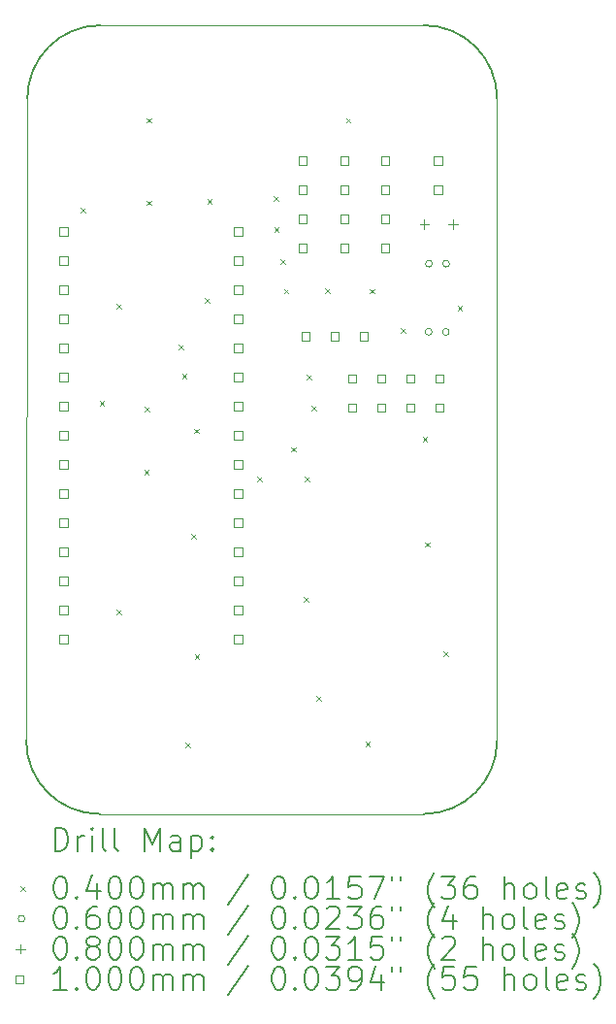
<source format=gbr>
%TF.GenerationSoftware,KiCad,Pcbnew,7.0.7*%
%TF.CreationDate,2023-10-16T17:55:57+02:00*%
%TF.ProjectId,arduino-nano-radio-transmitter,61726475-696e-46f2-9d6e-616e6f2d7261,0*%
%TF.SameCoordinates,Original*%
%TF.FileFunction,Drillmap*%
%TF.FilePolarity,Positive*%
%FSLAX45Y45*%
G04 Gerber Fmt 4.5, Leading zero omitted, Abs format (unit mm)*
G04 Created by KiCad (PCBNEW 7.0.7) date 2023-10-16 17:55:57*
%MOMM*%
%LPD*%
G01*
G04 APERTURE LIST*
%ADD10C,0.100000*%
%ADD11C,0.200000*%
%ADD12C,0.040000*%
%ADD13C,0.060000*%
%ADD14C,0.080000*%
G04 APERTURE END LIST*
D10*
X7840000Y-3310000D02*
X10660000Y-3310000D01*
X11300000Y-3950000D02*
X11300000Y-9550000D01*
X10660000Y-10190000D02*
X7830000Y-10190000D01*
D11*
X7190000Y-9550000D02*
G75*
G03*
X7830000Y-10190000I640000J0D01*
G01*
X11300000Y-3950000D02*
G75*
G03*
X10660000Y-3310000I-640000J0D01*
G01*
D10*
X7190000Y-9550000D02*
X7200000Y-3950000D01*
D11*
X7840000Y-3310000D02*
G75*
G03*
X7200000Y-3950000I0J-640000D01*
G01*
X10660000Y-10190000D02*
G75*
G03*
X11300000Y-9550000I0J640000D01*
G01*
D12*
X7665000Y-4905000D02*
X7705000Y-4945000D01*
X7705000Y-4905000D02*
X7665000Y-4945000D01*
X7830000Y-6590000D02*
X7870000Y-6630000D01*
X7870000Y-6590000D02*
X7830000Y-6630000D01*
X7980000Y-5740000D02*
X8020000Y-5780000D01*
X8020000Y-5740000D02*
X7980000Y-5780000D01*
X7980000Y-8410000D02*
X8020000Y-8450000D01*
X8020000Y-8410000D02*
X7980000Y-8450000D01*
X8220000Y-7190000D02*
X8260000Y-7230000D01*
X8260000Y-7190000D02*
X8220000Y-7230000D01*
X8226235Y-6638765D02*
X8266235Y-6678765D01*
X8266235Y-6638765D02*
X8226235Y-6678765D01*
X8240000Y-4120000D02*
X8280000Y-4160000D01*
X8280000Y-4120000D02*
X8240000Y-4160000D01*
X8240000Y-4840000D02*
X8280000Y-4880000D01*
X8280000Y-4840000D02*
X8240000Y-4880000D01*
X8520000Y-6100000D02*
X8560000Y-6140000D01*
X8560000Y-6100000D02*
X8520000Y-6140000D01*
X8550000Y-6350000D02*
X8590000Y-6390000D01*
X8590000Y-6350000D02*
X8550000Y-6390000D01*
X8580000Y-9570000D02*
X8620000Y-9610000D01*
X8620000Y-9570000D02*
X8580000Y-9610000D01*
X8630000Y-7750000D02*
X8670000Y-7790000D01*
X8670000Y-7750000D02*
X8630000Y-7790000D01*
X8655000Y-6830000D02*
X8695000Y-6870000D01*
X8695000Y-6830000D02*
X8655000Y-6870000D01*
X8660000Y-8800000D02*
X8700000Y-8840000D01*
X8700000Y-8800000D02*
X8660000Y-8840000D01*
X8750000Y-5690000D02*
X8790000Y-5730000D01*
X8790000Y-5690000D02*
X8750000Y-5730000D01*
X8770000Y-4825000D02*
X8810000Y-4865000D01*
X8810000Y-4825000D02*
X8770000Y-4865000D01*
X9205000Y-7250000D02*
X9245000Y-7290000D01*
X9245000Y-7250000D02*
X9205000Y-7290000D01*
X9350000Y-4800000D02*
X9390000Y-4840000D01*
X9390000Y-4800000D02*
X9350000Y-4840000D01*
X9355000Y-5070000D02*
X9395000Y-5110000D01*
X9395000Y-5070000D02*
X9355000Y-5110000D01*
X9410000Y-5350000D02*
X9450000Y-5390000D01*
X9450000Y-5350000D02*
X9410000Y-5390000D01*
X9440000Y-5610000D02*
X9480000Y-5650000D01*
X9480000Y-5610000D02*
X9440000Y-5650000D01*
X9505000Y-6990000D02*
X9545000Y-7030000D01*
X9545000Y-6990000D02*
X9505000Y-7030000D01*
X9610000Y-8300000D02*
X9650000Y-8340000D01*
X9650000Y-8300000D02*
X9610000Y-8340000D01*
X9620000Y-7250000D02*
X9660000Y-7290000D01*
X9660000Y-7250000D02*
X9620000Y-7290000D01*
X9640000Y-6360000D02*
X9680000Y-6400000D01*
X9680000Y-6360000D02*
X9640000Y-6400000D01*
X9680000Y-6630000D02*
X9720000Y-6670000D01*
X9720000Y-6630000D02*
X9680000Y-6670000D01*
X9720000Y-9160000D02*
X9760000Y-9200000D01*
X9760000Y-9160000D02*
X9720000Y-9200000D01*
X9800000Y-5605000D02*
X9840000Y-5645000D01*
X9840000Y-5605000D02*
X9800000Y-5645000D01*
X9980000Y-4120000D02*
X10020000Y-4160000D01*
X10020000Y-4120000D02*
X9980000Y-4160000D01*
X10150000Y-9560000D02*
X10190000Y-9600000D01*
X10190000Y-9560000D02*
X10150000Y-9600000D01*
X10190000Y-5610000D02*
X10230000Y-5650000D01*
X10230000Y-5610000D02*
X10190000Y-5650000D01*
X10460000Y-5955000D02*
X10500000Y-5995000D01*
X10500000Y-5955000D02*
X10460000Y-5995000D01*
X10650000Y-6900000D02*
X10690000Y-6940000D01*
X10690000Y-6900000D02*
X10650000Y-6940000D01*
X10670000Y-7820000D02*
X10710000Y-7860000D01*
X10710000Y-7820000D02*
X10670000Y-7860000D01*
X10830000Y-8770000D02*
X10870000Y-8810000D01*
X10870000Y-8770000D02*
X10830000Y-8810000D01*
X10955000Y-5760000D02*
X10995000Y-5800000D01*
X10995000Y-5760000D02*
X10955000Y-5800000D01*
D13*
X10732740Y-5985000D02*
G75*
G03*
X10732740Y-5985000I-30000J0D01*
G01*
X10735000Y-5390000D02*
G75*
G03*
X10735000Y-5390000I-30000J0D01*
G01*
X10882740Y-5985000D02*
G75*
G03*
X10882740Y-5985000I-30000J0D01*
G01*
X10885000Y-5390000D02*
G75*
G03*
X10885000Y-5390000I-30000J0D01*
G01*
D14*
X10665000Y-5005000D02*
X10665000Y-5085000D01*
X10625000Y-5045000D02*
X10705000Y-5045000D01*
X10915000Y-5005000D02*
X10915000Y-5085000D01*
X10875000Y-5045000D02*
X10955000Y-5045000D01*
D10*
X7551356Y-5145356D02*
X7551356Y-5074644D01*
X7480644Y-5074644D01*
X7480644Y-5145356D01*
X7551356Y-5145356D01*
X7551356Y-5399356D02*
X7551356Y-5328644D01*
X7480644Y-5328644D01*
X7480644Y-5399356D01*
X7551356Y-5399356D01*
X7551356Y-5653356D02*
X7551356Y-5582644D01*
X7480644Y-5582644D01*
X7480644Y-5653356D01*
X7551356Y-5653356D01*
X7551356Y-5907356D02*
X7551356Y-5836644D01*
X7480644Y-5836644D01*
X7480644Y-5907356D01*
X7551356Y-5907356D01*
X7551356Y-6161356D02*
X7551356Y-6090644D01*
X7480644Y-6090644D01*
X7480644Y-6161356D01*
X7551356Y-6161356D01*
X7551356Y-6415356D02*
X7551356Y-6344644D01*
X7480644Y-6344644D01*
X7480644Y-6415356D01*
X7551356Y-6415356D01*
X7551356Y-6669356D02*
X7551356Y-6598644D01*
X7480644Y-6598644D01*
X7480644Y-6669356D01*
X7551356Y-6669356D01*
X7551356Y-6923356D02*
X7551356Y-6852644D01*
X7480644Y-6852644D01*
X7480644Y-6923356D01*
X7551356Y-6923356D01*
X7551356Y-7177356D02*
X7551356Y-7106644D01*
X7480644Y-7106644D01*
X7480644Y-7177356D01*
X7551356Y-7177356D01*
X7551356Y-7431356D02*
X7551356Y-7360644D01*
X7480644Y-7360644D01*
X7480644Y-7431356D01*
X7551356Y-7431356D01*
X7551356Y-7685356D02*
X7551356Y-7614644D01*
X7480644Y-7614644D01*
X7480644Y-7685356D01*
X7551356Y-7685356D01*
X7551356Y-7939356D02*
X7551356Y-7868644D01*
X7480644Y-7868644D01*
X7480644Y-7939356D01*
X7551356Y-7939356D01*
X7551356Y-8193356D02*
X7551356Y-8122644D01*
X7480644Y-8122644D01*
X7480644Y-8193356D01*
X7551356Y-8193356D01*
X7551356Y-8447356D02*
X7551356Y-8376644D01*
X7480644Y-8376644D01*
X7480644Y-8447356D01*
X7551356Y-8447356D01*
X7551356Y-8701356D02*
X7551356Y-8630644D01*
X7480644Y-8630644D01*
X7480644Y-8701356D01*
X7551356Y-8701356D01*
X9075356Y-5145356D02*
X9075356Y-5074644D01*
X9004644Y-5074644D01*
X9004644Y-5145356D01*
X9075356Y-5145356D01*
X9075356Y-5399356D02*
X9075356Y-5328644D01*
X9004644Y-5328644D01*
X9004644Y-5399356D01*
X9075356Y-5399356D01*
X9075356Y-5653356D02*
X9075356Y-5582644D01*
X9004644Y-5582644D01*
X9004644Y-5653356D01*
X9075356Y-5653356D01*
X9075356Y-5907356D02*
X9075356Y-5836644D01*
X9004644Y-5836644D01*
X9004644Y-5907356D01*
X9075356Y-5907356D01*
X9075356Y-6161356D02*
X9075356Y-6090644D01*
X9004644Y-6090644D01*
X9004644Y-6161356D01*
X9075356Y-6161356D01*
X9075356Y-6415356D02*
X9075356Y-6344644D01*
X9004644Y-6344644D01*
X9004644Y-6415356D01*
X9075356Y-6415356D01*
X9075356Y-6669356D02*
X9075356Y-6598644D01*
X9004644Y-6598644D01*
X9004644Y-6669356D01*
X9075356Y-6669356D01*
X9075356Y-6923356D02*
X9075356Y-6852644D01*
X9004644Y-6852644D01*
X9004644Y-6923356D01*
X9075356Y-6923356D01*
X9075356Y-7177356D02*
X9075356Y-7106644D01*
X9004644Y-7106644D01*
X9004644Y-7177356D01*
X9075356Y-7177356D01*
X9075356Y-7431356D02*
X9075356Y-7360644D01*
X9004644Y-7360644D01*
X9004644Y-7431356D01*
X9075356Y-7431356D01*
X9075356Y-7685356D02*
X9075356Y-7614644D01*
X9004644Y-7614644D01*
X9004644Y-7685356D01*
X9075356Y-7685356D01*
X9075356Y-7939356D02*
X9075356Y-7868644D01*
X9004644Y-7868644D01*
X9004644Y-7939356D01*
X9075356Y-7939356D01*
X9075356Y-8193356D02*
X9075356Y-8122644D01*
X9004644Y-8122644D01*
X9004644Y-8193356D01*
X9075356Y-8193356D01*
X9075356Y-8447356D02*
X9075356Y-8376644D01*
X9004644Y-8376644D01*
X9004644Y-8447356D01*
X9075356Y-8447356D01*
X9075356Y-8701356D02*
X9075356Y-8630644D01*
X9004644Y-8630644D01*
X9004644Y-8701356D01*
X9075356Y-8701356D01*
X9640356Y-4525356D02*
X9640356Y-4454644D01*
X9569644Y-4454644D01*
X9569644Y-4525356D01*
X9640356Y-4525356D01*
X9640356Y-4779356D02*
X9640356Y-4708644D01*
X9569644Y-4708644D01*
X9569644Y-4779356D01*
X9640356Y-4779356D01*
X9640356Y-5033356D02*
X9640356Y-4962644D01*
X9569644Y-4962644D01*
X9569644Y-5033356D01*
X9640356Y-5033356D01*
X9640356Y-5287356D02*
X9640356Y-5216644D01*
X9569644Y-5216644D01*
X9569644Y-5287356D01*
X9640356Y-5287356D01*
X9662356Y-6060356D02*
X9662356Y-5989644D01*
X9591644Y-5989644D01*
X9591644Y-6060356D01*
X9662356Y-6060356D01*
X9916356Y-6060356D02*
X9916356Y-5989644D01*
X9845644Y-5989644D01*
X9845644Y-6060356D01*
X9916356Y-6060356D01*
X10000356Y-4525356D02*
X10000356Y-4454644D01*
X9929644Y-4454644D01*
X9929644Y-4525356D01*
X10000356Y-4525356D01*
X10000356Y-4779356D02*
X10000356Y-4708644D01*
X9929644Y-4708644D01*
X9929644Y-4779356D01*
X10000356Y-4779356D01*
X10000356Y-5033356D02*
X10000356Y-4962644D01*
X9929644Y-4962644D01*
X9929644Y-5033356D01*
X10000356Y-5033356D01*
X10000356Y-5287356D02*
X10000356Y-5216644D01*
X9929644Y-5216644D01*
X9929644Y-5287356D01*
X10000356Y-5287356D01*
X10072356Y-6425356D02*
X10072356Y-6354644D01*
X10001644Y-6354644D01*
X10001644Y-6425356D01*
X10072356Y-6425356D01*
X10072356Y-6679356D02*
X10072356Y-6608644D01*
X10001644Y-6608644D01*
X10001644Y-6679356D01*
X10072356Y-6679356D01*
X10170356Y-6060356D02*
X10170356Y-5989644D01*
X10099644Y-5989644D01*
X10099644Y-6060356D01*
X10170356Y-6060356D01*
X10326356Y-6425356D02*
X10326356Y-6354644D01*
X10255644Y-6354644D01*
X10255644Y-6425356D01*
X10326356Y-6425356D01*
X10326356Y-6679356D02*
X10326356Y-6608644D01*
X10255644Y-6608644D01*
X10255644Y-6679356D01*
X10326356Y-6679356D01*
X10360356Y-4525356D02*
X10360356Y-4454644D01*
X10289644Y-4454644D01*
X10289644Y-4525356D01*
X10360356Y-4525356D01*
X10360356Y-4779356D02*
X10360356Y-4708644D01*
X10289644Y-4708644D01*
X10289644Y-4779356D01*
X10360356Y-4779356D01*
X10360356Y-5033356D02*
X10360356Y-4962644D01*
X10289644Y-4962644D01*
X10289644Y-5033356D01*
X10360356Y-5033356D01*
X10360356Y-5287356D02*
X10360356Y-5216644D01*
X10289644Y-5216644D01*
X10289644Y-5287356D01*
X10360356Y-5287356D01*
X10580356Y-6425356D02*
X10580356Y-6354644D01*
X10509644Y-6354644D01*
X10509644Y-6425356D01*
X10580356Y-6425356D01*
X10580356Y-6679356D02*
X10580356Y-6608644D01*
X10509644Y-6608644D01*
X10509644Y-6679356D01*
X10580356Y-6679356D01*
X10820356Y-4525356D02*
X10820356Y-4454644D01*
X10749644Y-4454644D01*
X10749644Y-4525356D01*
X10820356Y-4525356D01*
X10820356Y-4779356D02*
X10820356Y-4708644D01*
X10749644Y-4708644D01*
X10749644Y-4779356D01*
X10820356Y-4779356D01*
X10834356Y-6425356D02*
X10834356Y-6354644D01*
X10763644Y-6354644D01*
X10763644Y-6425356D01*
X10834356Y-6425356D01*
X10834356Y-6679356D02*
X10834356Y-6608644D01*
X10763644Y-6608644D01*
X10763644Y-6679356D01*
X10834356Y-6679356D01*
D11*
X7440777Y-10511484D02*
X7440777Y-10311484D01*
X7440777Y-10311484D02*
X7488396Y-10311484D01*
X7488396Y-10311484D02*
X7516967Y-10321008D01*
X7516967Y-10321008D02*
X7536015Y-10340055D01*
X7536015Y-10340055D02*
X7545539Y-10359103D01*
X7545539Y-10359103D02*
X7555062Y-10397198D01*
X7555062Y-10397198D02*
X7555062Y-10425770D01*
X7555062Y-10425770D02*
X7545539Y-10463865D01*
X7545539Y-10463865D02*
X7536015Y-10482912D01*
X7536015Y-10482912D02*
X7516967Y-10501960D01*
X7516967Y-10501960D02*
X7488396Y-10511484D01*
X7488396Y-10511484D02*
X7440777Y-10511484D01*
X7640777Y-10511484D02*
X7640777Y-10378150D01*
X7640777Y-10416246D02*
X7650301Y-10397198D01*
X7650301Y-10397198D02*
X7659824Y-10387674D01*
X7659824Y-10387674D02*
X7678872Y-10378150D01*
X7678872Y-10378150D02*
X7697920Y-10378150D01*
X7764586Y-10511484D02*
X7764586Y-10378150D01*
X7764586Y-10311484D02*
X7755062Y-10321008D01*
X7755062Y-10321008D02*
X7764586Y-10330531D01*
X7764586Y-10330531D02*
X7774110Y-10321008D01*
X7774110Y-10321008D02*
X7764586Y-10311484D01*
X7764586Y-10311484D02*
X7764586Y-10330531D01*
X7888396Y-10511484D02*
X7869348Y-10501960D01*
X7869348Y-10501960D02*
X7859824Y-10482912D01*
X7859824Y-10482912D02*
X7859824Y-10311484D01*
X7993158Y-10511484D02*
X7974110Y-10501960D01*
X7974110Y-10501960D02*
X7964586Y-10482912D01*
X7964586Y-10482912D02*
X7964586Y-10311484D01*
X8221729Y-10511484D02*
X8221729Y-10311484D01*
X8221729Y-10311484D02*
X8288396Y-10454341D01*
X8288396Y-10454341D02*
X8355062Y-10311484D01*
X8355062Y-10311484D02*
X8355062Y-10511484D01*
X8536015Y-10511484D02*
X8536015Y-10406722D01*
X8536015Y-10406722D02*
X8526491Y-10387674D01*
X8526491Y-10387674D02*
X8507444Y-10378150D01*
X8507444Y-10378150D02*
X8469348Y-10378150D01*
X8469348Y-10378150D02*
X8450301Y-10387674D01*
X8536015Y-10501960D02*
X8516967Y-10511484D01*
X8516967Y-10511484D02*
X8469348Y-10511484D01*
X8469348Y-10511484D02*
X8450301Y-10501960D01*
X8450301Y-10501960D02*
X8440777Y-10482912D01*
X8440777Y-10482912D02*
X8440777Y-10463865D01*
X8440777Y-10463865D02*
X8450301Y-10444817D01*
X8450301Y-10444817D02*
X8469348Y-10435293D01*
X8469348Y-10435293D02*
X8516967Y-10435293D01*
X8516967Y-10435293D02*
X8536015Y-10425770D01*
X8631253Y-10378150D02*
X8631253Y-10578150D01*
X8631253Y-10387674D02*
X8650301Y-10378150D01*
X8650301Y-10378150D02*
X8688396Y-10378150D01*
X8688396Y-10378150D02*
X8707444Y-10387674D01*
X8707444Y-10387674D02*
X8716967Y-10397198D01*
X8716967Y-10397198D02*
X8726491Y-10416246D01*
X8726491Y-10416246D02*
X8726491Y-10473389D01*
X8726491Y-10473389D02*
X8716967Y-10492436D01*
X8716967Y-10492436D02*
X8707444Y-10501960D01*
X8707444Y-10501960D02*
X8688396Y-10511484D01*
X8688396Y-10511484D02*
X8650301Y-10511484D01*
X8650301Y-10511484D02*
X8631253Y-10501960D01*
X8812205Y-10492436D02*
X8821729Y-10501960D01*
X8821729Y-10501960D02*
X8812205Y-10511484D01*
X8812205Y-10511484D02*
X8802682Y-10501960D01*
X8802682Y-10501960D02*
X8812205Y-10492436D01*
X8812205Y-10492436D02*
X8812205Y-10511484D01*
X8812205Y-10387674D02*
X8821729Y-10397198D01*
X8821729Y-10397198D02*
X8812205Y-10406722D01*
X8812205Y-10406722D02*
X8802682Y-10397198D01*
X8802682Y-10397198D02*
X8812205Y-10387674D01*
X8812205Y-10387674D02*
X8812205Y-10406722D01*
D12*
X7140000Y-10820000D02*
X7180000Y-10860000D01*
X7180000Y-10820000D02*
X7140000Y-10860000D01*
D11*
X7478872Y-10731484D02*
X7497920Y-10731484D01*
X7497920Y-10731484D02*
X7516967Y-10741008D01*
X7516967Y-10741008D02*
X7526491Y-10750531D01*
X7526491Y-10750531D02*
X7536015Y-10769579D01*
X7536015Y-10769579D02*
X7545539Y-10807674D01*
X7545539Y-10807674D02*
X7545539Y-10855293D01*
X7545539Y-10855293D02*
X7536015Y-10893389D01*
X7536015Y-10893389D02*
X7526491Y-10912436D01*
X7526491Y-10912436D02*
X7516967Y-10921960D01*
X7516967Y-10921960D02*
X7497920Y-10931484D01*
X7497920Y-10931484D02*
X7478872Y-10931484D01*
X7478872Y-10931484D02*
X7459824Y-10921960D01*
X7459824Y-10921960D02*
X7450301Y-10912436D01*
X7450301Y-10912436D02*
X7440777Y-10893389D01*
X7440777Y-10893389D02*
X7431253Y-10855293D01*
X7431253Y-10855293D02*
X7431253Y-10807674D01*
X7431253Y-10807674D02*
X7440777Y-10769579D01*
X7440777Y-10769579D02*
X7450301Y-10750531D01*
X7450301Y-10750531D02*
X7459824Y-10741008D01*
X7459824Y-10741008D02*
X7478872Y-10731484D01*
X7631253Y-10912436D02*
X7640777Y-10921960D01*
X7640777Y-10921960D02*
X7631253Y-10931484D01*
X7631253Y-10931484D02*
X7621729Y-10921960D01*
X7621729Y-10921960D02*
X7631253Y-10912436D01*
X7631253Y-10912436D02*
X7631253Y-10931484D01*
X7812205Y-10798150D02*
X7812205Y-10931484D01*
X7764586Y-10721960D02*
X7716967Y-10864817D01*
X7716967Y-10864817D02*
X7840777Y-10864817D01*
X7955062Y-10731484D02*
X7974110Y-10731484D01*
X7974110Y-10731484D02*
X7993158Y-10741008D01*
X7993158Y-10741008D02*
X8002682Y-10750531D01*
X8002682Y-10750531D02*
X8012205Y-10769579D01*
X8012205Y-10769579D02*
X8021729Y-10807674D01*
X8021729Y-10807674D02*
X8021729Y-10855293D01*
X8021729Y-10855293D02*
X8012205Y-10893389D01*
X8012205Y-10893389D02*
X8002682Y-10912436D01*
X8002682Y-10912436D02*
X7993158Y-10921960D01*
X7993158Y-10921960D02*
X7974110Y-10931484D01*
X7974110Y-10931484D02*
X7955062Y-10931484D01*
X7955062Y-10931484D02*
X7936015Y-10921960D01*
X7936015Y-10921960D02*
X7926491Y-10912436D01*
X7926491Y-10912436D02*
X7916967Y-10893389D01*
X7916967Y-10893389D02*
X7907443Y-10855293D01*
X7907443Y-10855293D02*
X7907443Y-10807674D01*
X7907443Y-10807674D02*
X7916967Y-10769579D01*
X7916967Y-10769579D02*
X7926491Y-10750531D01*
X7926491Y-10750531D02*
X7936015Y-10741008D01*
X7936015Y-10741008D02*
X7955062Y-10731484D01*
X8145539Y-10731484D02*
X8164586Y-10731484D01*
X8164586Y-10731484D02*
X8183634Y-10741008D01*
X8183634Y-10741008D02*
X8193158Y-10750531D01*
X8193158Y-10750531D02*
X8202682Y-10769579D01*
X8202682Y-10769579D02*
X8212205Y-10807674D01*
X8212205Y-10807674D02*
X8212205Y-10855293D01*
X8212205Y-10855293D02*
X8202682Y-10893389D01*
X8202682Y-10893389D02*
X8193158Y-10912436D01*
X8193158Y-10912436D02*
X8183634Y-10921960D01*
X8183634Y-10921960D02*
X8164586Y-10931484D01*
X8164586Y-10931484D02*
X8145539Y-10931484D01*
X8145539Y-10931484D02*
X8126491Y-10921960D01*
X8126491Y-10921960D02*
X8116967Y-10912436D01*
X8116967Y-10912436D02*
X8107443Y-10893389D01*
X8107443Y-10893389D02*
X8097920Y-10855293D01*
X8097920Y-10855293D02*
X8097920Y-10807674D01*
X8097920Y-10807674D02*
X8107443Y-10769579D01*
X8107443Y-10769579D02*
X8116967Y-10750531D01*
X8116967Y-10750531D02*
X8126491Y-10741008D01*
X8126491Y-10741008D02*
X8145539Y-10731484D01*
X8297920Y-10931484D02*
X8297920Y-10798150D01*
X8297920Y-10817198D02*
X8307443Y-10807674D01*
X8307443Y-10807674D02*
X8326491Y-10798150D01*
X8326491Y-10798150D02*
X8355063Y-10798150D01*
X8355063Y-10798150D02*
X8374110Y-10807674D01*
X8374110Y-10807674D02*
X8383634Y-10826722D01*
X8383634Y-10826722D02*
X8383634Y-10931484D01*
X8383634Y-10826722D02*
X8393158Y-10807674D01*
X8393158Y-10807674D02*
X8412205Y-10798150D01*
X8412205Y-10798150D02*
X8440777Y-10798150D01*
X8440777Y-10798150D02*
X8459825Y-10807674D01*
X8459825Y-10807674D02*
X8469348Y-10826722D01*
X8469348Y-10826722D02*
X8469348Y-10931484D01*
X8564586Y-10931484D02*
X8564586Y-10798150D01*
X8564586Y-10817198D02*
X8574110Y-10807674D01*
X8574110Y-10807674D02*
X8593158Y-10798150D01*
X8593158Y-10798150D02*
X8621729Y-10798150D01*
X8621729Y-10798150D02*
X8640777Y-10807674D01*
X8640777Y-10807674D02*
X8650301Y-10826722D01*
X8650301Y-10826722D02*
X8650301Y-10931484D01*
X8650301Y-10826722D02*
X8659825Y-10807674D01*
X8659825Y-10807674D02*
X8678872Y-10798150D01*
X8678872Y-10798150D02*
X8707444Y-10798150D01*
X8707444Y-10798150D02*
X8726491Y-10807674D01*
X8726491Y-10807674D02*
X8736015Y-10826722D01*
X8736015Y-10826722D02*
X8736015Y-10931484D01*
X9126491Y-10721960D02*
X8955063Y-10979103D01*
X9383634Y-10731484D02*
X9402682Y-10731484D01*
X9402682Y-10731484D02*
X9421729Y-10741008D01*
X9421729Y-10741008D02*
X9431253Y-10750531D01*
X9431253Y-10750531D02*
X9440777Y-10769579D01*
X9440777Y-10769579D02*
X9450301Y-10807674D01*
X9450301Y-10807674D02*
X9450301Y-10855293D01*
X9450301Y-10855293D02*
X9440777Y-10893389D01*
X9440777Y-10893389D02*
X9431253Y-10912436D01*
X9431253Y-10912436D02*
X9421729Y-10921960D01*
X9421729Y-10921960D02*
X9402682Y-10931484D01*
X9402682Y-10931484D02*
X9383634Y-10931484D01*
X9383634Y-10931484D02*
X9364587Y-10921960D01*
X9364587Y-10921960D02*
X9355063Y-10912436D01*
X9355063Y-10912436D02*
X9345539Y-10893389D01*
X9345539Y-10893389D02*
X9336015Y-10855293D01*
X9336015Y-10855293D02*
X9336015Y-10807674D01*
X9336015Y-10807674D02*
X9345539Y-10769579D01*
X9345539Y-10769579D02*
X9355063Y-10750531D01*
X9355063Y-10750531D02*
X9364587Y-10741008D01*
X9364587Y-10741008D02*
X9383634Y-10731484D01*
X9536015Y-10912436D02*
X9545539Y-10921960D01*
X9545539Y-10921960D02*
X9536015Y-10931484D01*
X9536015Y-10931484D02*
X9526491Y-10921960D01*
X9526491Y-10921960D02*
X9536015Y-10912436D01*
X9536015Y-10912436D02*
X9536015Y-10931484D01*
X9669348Y-10731484D02*
X9688396Y-10731484D01*
X9688396Y-10731484D02*
X9707444Y-10741008D01*
X9707444Y-10741008D02*
X9716968Y-10750531D01*
X9716968Y-10750531D02*
X9726491Y-10769579D01*
X9726491Y-10769579D02*
X9736015Y-10807674D01*
X9736015Y-10807674D02*
X9736015Y-10855293D01*
X9736015Y-10855293D02*
X9726491Y-10893389D01*
X9726491Y-10893389D02*
X9716968Y-10912436D01*
X9716968Y-10912436D02*
X9707444Y-10921960D01*
X9707444Y-10921960D02*
X9688396Y-10931484D01*
X9688396Y-10931484D02*
X9669348Y-10931484D01*
X9669348Y-10931484D02*
X9650301Y-10921960D01*
X9650301Y-10921960D02*
X9640777Y-10912436D01*
X9640777Y-10912436D02*
X9631253Y-10893389D01*
X9631253Y-10893389D02*
X9621729Y-10855293D01*
X9621729Y-10855293D02*
X9621729Y-10807674D01*
X9621729Y-10807674D02*
X9631253Y-10769579D01*
X9631253Y-10769579D02*
X9640777Y-10750531D01*
X9640777Y-10750531D02*
X9650301Y-10741008D01*
X9650301Y-10741008D02*
X9669348Y-10731484D01*
X9926491Y-10931484D02*
X9812206Y-10931484D01*
X9869348Y-10931484D02*
X9869348Y-10731484D01*
X9869348Y-10731484D02*
X9850301Y-10760055D01*
X9850301Y-10760055D02*
X9831253Y-10779103D01*
X9831253Y-10779103D02*
X9812206Y-10788627D01*
X10107444Y-10731484D02*
X10012206Y-10731484D01*
X10012206Y-10731484D02*
X10002682Y-10826722D01*
X10002682Y-10826722D02*
X10012206Y-10817198D01*
X10012206Y-10817198D02*
X10031253Y-10807674D01*
X10031253Y-10807674D02*
X10078872Y-10807674D01*
X10078872Y-10807674D02*
X10097920Y-10817198D01*
X10097920Y-10817198D02*
X10107444Y-10826722D01*
X10107444Y-10826722D02*
X10116968Y-10845770D01*
X10116968Y-10845770D02*
X10116968Y-10893389D01*
X10116968Y-10893389D02*
X10107444Y-10912436D01*
X10107444Y-10912436D02*
X10097920Y-10921960D01*
X10097920Y-10921960D02*
X10078872Y-10931484D01*
X10078872Y-10931484D02*
X10031253Y-10931484D01*
X10031253Y-10931484D02*
X10012206Y-10921960D01*
X10012206Y-10921960D02*
X10002682Y-10912436D01*
X10183634Y-10731484D02*
X10316968Y-10731484D01*
X10316968Y-10731484D02*
X10231253Y-10931484D01*
X10383634Y-10731484D02*
X10383634Y-10769579D01*
X10459825Y-10731484D02*
X10459825Y-10769579D01*
X10755063Y-11007674D02*
X10745539Y-10998150D01*
X10745539Y-10998150D02*
X10726491Y-10969579D01*
X10726491Y-10969579D02*
X10716968Y-10950531D01*
X10716968Y-10950531D02*
X10707444Y-10921960D01*
X10707444Y-10921960D02*
X10697920Y-10874341D01*
X10697920Y-10874341D02*
X10697920Y-10836246D01*
X10697920Y-10836246D02*
X10707444Y-10788627D01*
X10707444Y-10788627D02*
X10716968Y-10760055D01*
X10716968Y-10760055D02*
X10726491Y-10741008D01*
X10726491Y-10741008D02*
X10745539Y-10712436D01*
X10745539Y-10712436D02*
X10755063Y-10702912D01*
X10812206Y-10731484D02*
X10936015Y-10731484D01*
X10936015Y-10731484D02*
X10869349Y-10807674D01*
X10869349Y-10807674D02*
X10897920Y-10807674D01*
X10897920Y-10807674D02*
X10916968Y-10817198D01*
X10916968Y-10817198D02*
X10926491Y-10826722D01*
X10926491Y-10826722D02*
X10936015Y-10845770D01*
X10936015Y-10845770D02*
X10936015Y-10893389D01*
X10936015Y-10893389D02*
X10926491Y-10912436D01*
X10926491Y-10912436D02*
X10916968Y-10921960D01*
X10916968Y-10921960D02*
X10897920Y-10931484D01*
X10897920Y-10931484D02*
X10840777Y-10931484D01*
X10840777Y-10931484D02*
X10821730Y-10921960D01*
X10821730Y-10921960D02*
X10812206Y-10912436D01*
X11107444Y-10731484D02*
X11069349Y-10731484D01*
X11069349Y-10731484D02*
X11050301Y-10741008D01*
X11050301Y-10741008D02*
X11040777Y-10750531D01*
X11040777Y-10750531D02*
X11021730Y-10779103D01*
X11021730Y-10779103D02*
X11012206Y-10817198D01*
X11012206Y-10817198D02*
X11012206Y-10893389D01*
X11012206Y-10893389D02*
X11021730Y-10912436D01*
X11021730Y-10912436D02*
X11031253Y-10921960D01*
X11031253Y-10921960D02*
X11050301Y-10931484D01*
X11050301Y-10931484D02*
X11088396Y-10931484D01*
X11088396Y-10931484D02*
X11107444Y-10921960D01*
X11107444Y-10921960D02*
X11116968Y-10912436D01*
X11116968Y-10912436D02*
X11126491Y-10893389D01*
X11126491Y-10893389D02*
X11126491Y-10845770D01*
X11126491Y-10845770D02*
X11116968Y-10826722D01*
X11116968Y-10826722D02*
X11107444Y-10817198D01*
X11107444Y-10817198D02*
X11088396Y-10807674D01*
X11088396Y-10807674D02*
X11050301Y-10807674D01*
X11050301Y-10807674D02*
X11031253Y-10817198D01*
X11031253Y-10817198D02*
X11021730Y-10826722D01*
X11021730Y-10826722D02*
X11012206Y-10845770D01*
X11364587Y-10931484D02*
X11364587Y-10731484D01*
X11450301Y-10931484D02*
X11450301Y-10826722D01*
X11450301Y-10826722D02*
X11440777Y-10807674D01*
X11440777Y-10807674D02*
X11421730Y-10798150D01*
X11421730Y-10798150D02*
X11393158Y-10798150D01*
X11393158Y-10798150D02*
X11374110Y-10807674D01*
X11374110Y-10807674D02*
X11364587Y-10817198D01*
X11574110Y-10931484D02*
X11555063Y-10921960D01*
X11555063Y-10921960D02*
X11545539Y-10912436D01*
X11545539Y-10912436D02*
X11536015Y-10893389D01*
X11536015Y-10893389D02*
X11536015Y-10836246D01*
X11536015Y-10836246D02*
X11545539Y-10817198D01*
X11545539Y-10817198D02*
X11555063Y-10807674D01*
X11555063Y-10807674D02*
X11574110Y-10798150D01*
X11574110Y-10798150D02*
X11602682Y-10798150D01*
X11602682Y-10798150D02*
X11621730Y-10807674D01*
X11621730Y-10807674D02*
X11631253Y-10817198D01*
X11631253Y-10817198D02*
X11640777Y-10836246D01*
X11640777Y-10836246D02*
X11640777Y-10893389D01*
X11640777Y-10893389D02*
X11631253Y-10912436D01*
X11631253Y-10912436D02*
X11621730Y-10921960D01*
X11621730Y-10921960D02*
X11602682Y-10931484D01*
X11602682Y-10931484D02*
X11574110Y-10931484D01*
X11755063Y-10931484D02*
X11736015Y-10921960D01*
X11736015Y-10921960D02*
X11726491Y-10902912D01*
X11726491Y-10902912D02*
X11726491Y-10731484D01*
X11907444Y-10921960D02*
X11888396Y-10931484D01*
X11888396Y-10931484D02*
X11850301Y-10931484D01*
X11850301Y-10931484D02*
X11831253Y-10921960D01*
X11831253Y-10921960D02*
X11821730Y-10902912D01*
X11821730Y-10902912D02*
X11821730Y-10826722D01*
X11821730Y-10826722D02*
X11831253Y-10807674D01*
X11831253Y-10807674D02*
X11850301Y-10798150D01*
X11850301Y-10798150D02*
X11888396Y-10798150D01*
X11888396Y-10798150D02*
X11907444Y-10807674D01*
X11907444Y-10807674D02*
X11916968Y-10826722D01*
X11916968Y-10826722D02*
X11916968Y-10845770D01*
X11916968Y-10845770D02*
X11821730Y-10864817D01*
X11993158Y-10921960D02*
X12012206Y-10931484D01*
X12012206Y-10931484D02*
X12050301Y-10931484D01*
X12050301Y-10931484D02*
X12069349Y-10921960D01*
X12069349Y-10921960D02*
X12078872Y-10902912D01*
X12078872Y-10902912D02*
X12078872Y-10893389D01*
X12078872Y-10893389D02*
X12069349Y-10874341D01*
X12069349Y-10874341D02*
X12050301Y-10864817D01*
X12050301Y-10864817D02*
X12021730Y-10864817D01*
X12021730Y-10864817D02*
X12002682Y-10855293D01*
X12002682Y-10855293D02*
X11993158Y-10836246D01*
X11993158Y-10836246D02*
X11993158Y-10826722D01*
X11993158Y-10826722D02*
X12002682Y-10807674D01*
X12002682Y-10807674D02*
X12021730Y-10798150D01*
X12021730Y-10798150D02*
X12050301Y-10798150D01*
X12050301Y-10798150D02*
X12069349Y-10807674D01*
X12145539Y-11007674D02*
X12155063Y-10998150D01*
X12155063Y-10998150D02*
X12174111Y-10969579D01*
X12174111Y-10969579D02*
X12183634Y-10950531D01*
X12183634Y-10950531D02*
X12193158Y-10921960D01*
X12193158Y-10921960D02*
X12202682Y-10874341D01*
X12202682Y-10874341D02*
X12202682Y-10836246D01*
X12202682Y-10836246D02*
X12193158Y-10788627D01*
X12193158Y-10788627D02*
X12183634Y-10760055D01*
X12183634Y-10760055D02*
X12174111Y-10741008D01*
X12174111Y-10741008D02*
X12155063Y-10712436D01*
X12155063Y-10712436D02*
X12145539Y-10702912D01*
D13*
X7180000Y-11104000D02*
G75*
G03*
X7180000Y-11104000I-30000J0D01*
G01*
D11*
X7478872Y-10995484D02*
X7497920Y-10995484D01*
X7497920Y-10995484D02*
X7516967Y-11005008D01*
X7516967Y-11005008D02*
X7526491Y-11014531D01*
X7526491Y-11014531D02*
X7536015Y-11033579D01*
X7536015Y-11033579D02*
X7545539Y-11071674D01*
X7545539Y-11071674D02*
X7545539Y-11119293D01*
X7545539Y-11119293D02*
X7536015Y-11157389D01*
X7536015Y-11157389D02*
X7526491Y-11176436D01*
X7526491Y-11176436D02*
X7516967Y-11185960D01*
X7516967Y-11185960D02*
X7497920Y-11195484D01*
X7497920Y-11195484D02*
X7478872Y-11195484D01*
X7478872Y-11195484D02*
X7459824Y-11185960D01*
X7459824Y-11185960D02*
X7450301Y-11176436D01*
X7450301Y-11176436D02*
X7440777Y-11157389D01*
X7440777Y-11157389D02*
X7431253Y-11119293D01*
X7431253Y-11119293D02*
X7431253Y-11071674D01*
X7431253Y-11071674D02*
X7440777Y-11033579D01*
X7440777Y-11033579D02*
X7450301Y-11014531D01*
X7450301Y-11014531D02*
X7459824Y-11005008D01*
X7459824Y-11005008D02*
X7478872Y-10995484D01*
X7631253Y-11176436D02*
X7640777Y-11185960D01*
X7640777Y-11185960D02*
X7631253Y-11195484D01*
X7631253Y-11195484D02*
X7621729Y-11185960D01*
X7621729Y-11185960D02*
X7631253Y-11176436D01*
X7631253Y-11176436D02*
X7631253Y-11195484D01*
X7812205Y-10995484D02*
X7774110Y-10995484D01*
X7774110Y-10995484D02*
X7755062Y-11005008D01*
X7755062Y-11005008D02*
X7745539Y-11014531D01*
X7745539Y-11014531D02*
X7726491Y-11043103D01*
X7726491Y-11043103D02*
X7716967Y-11081198D01*
X7716967Y-11081198D02*
X7716967Y-11157389D01*
X7716967Y-11157389D02*
X7726491Y-11176436D01*
X7726491Y-11176436D02*
X7736015Y-11185960D01*
X7736015Y-11185960D02*
X7755062Y-11195484D01*
X7755062Y-11195484D02*
X7793158Y-11195484D01*
X7793158Y-11195484D02*
X7812205Y-11185960D01*
X7812205Y-11185960D02*
X7821729Y-11176436D01*
X7821729Y-11176436D02*
X7831253Y-11157389D01*
X7831253Y-11157389D02*
X7831253Y-11109770D01*
X7831253Y-11109770D02*
X7821729Y-11090722D01*
X7821729Y-11090722D02*
X7812205Y-11081198D01*
X7812205Y-11081198D02*
X7793158Y-11071674D01*
X7793158Y-11071674D02*
X7755062Y-11071674D01*
X7755062Y-11071674D02*
X7736015Y-11081198D01*
X7736015Y-11081198D02*
X7726491Y-11090722D01*
X7726491Y-11090722D02*
X7716967Y-11109770D01*
X7955062Y-10995484D02*
X7974110Y-10995484D01*
X7974110Y-10995484D02*
X7993158Y-11005008D01*
X7993158Y-11005008D02*
X8002682Y-11014531D01*
X8002682Y-11014531D02*
X8012205Y-11033579D01*
X8012205Y-11033579D02*
X8021729Y-11071674D01*
X8021729Y-11071674D02*
X8021729Y-11119293D01*
X8021729Y-11119293D02*
X8012205Y-11157389D01*
X8012205Y-11157389D02*
X8002682Y-11176436D01*
X8002682Y-11176436D02*
X7993158Y-11185960D01*
X7993158Y-11185960D02*
X7974110Y-11195484D01*
X7974110Y-11195484D02*
X7955062Y-11195484D01*
X7955062Y-11195484D02*
X7936015Y-11185960D01*
X7936015Y-11185960D02*
X7926491Y-11176436D01*
X7926491Y-11176436D02*
X7916967Y-11157389D01*
X7916967Y-11157389D02*
X7907443Y-11119293D01*
X7907443Y-11119293D02*
X7907443Y-11071674D01*
X7907443Y-11071674D02*
X7916967Y-11033579D01*
X7916967Y-11033579D02*
X7926491Y-11014531D01*
X7926491Y-11014531D02*
X7936015Y-11005008D01*
X7936015Y-11005008D02*
X7955062Y-10995484D01*
X8145539Y-10995484D02*
X8164586Y-10995484D01*
X8164586Y-10995484D02*
X8183634Y-11005008D01*
X8183634Y-11005008D02*
X8193158Y-11014531D01*
X8193158Y-11014531D02*
X8202682Y-11033579D01*
X8202682Y-11033579D02*
X8212205Y-11071674D01*
X8212205Y-11071674D02*
X8212205Y-11119293D01*
X8212205Y-11119293D02*
X8202682Y-11157389D01*
X8202682Y-11157389D02*
X8193158Y-11176436D01*
X8193158Y-11176436D02*
X8183634Y-11185960D01*
X8183634Y-11185960D02*
X8164586Y-11195484D01*
X8164586Y-11195484D02*
X8145539Y-11195484D01*
X8145539Y-11195484D02*
X8126491Y-11185960D01*
X8126491Y-11185960D02*
X8116967Y-11176436D01*
X8116967Y-11176436D02*
X8107443Y-11157389D01*
X8107443Y-11157389D02*
X8097920Y-11119293D01*
X8097920Y-11119293D02*
X8097920Y-11071674D01*
X8097920Y-11071674D02*
X8107443Y-11033579D01*
X8107443Y-11033579D02*
X8116967Y-11014531D01*
X8116967Y-11014531D02*
X8126491Y-11005008D01*
X8126491Y-11005008D02*
X8145539Y-10995484D01*
X8297920Y-11195484D02*
X8297920Y-11062150D01*
X8297920Y-11081198D02*
X8307443Y-11071674D01*
X8307443Y-11071674D02*
X8326491Y-11062150D01*
X8326491Y-11062150D02*
X8355063Y-11062150D01*
X8355063Y-11062150D02*
X8374110Y-11071674D01*
X8374110Y-11071674D02*
X8383634Y-11090722D01*
X8383634Y-11090722D02*
X8383634Y-11195484D01*
X8383634Y-11090722D02*
X8393158Y-11071674D01*
X8393158Y-11071674D02*
X8412205Y-11062150D01*
X8412205Y-11062150D02*
X8440777Y-11062150D01*
X8440777Y-11062150D02*
X8459825Y-11071674D01*
X8459825Y-11071674D02*
X8469348Y-11090722D01*
X8469348Y-11090722D02*
X8469348Y-11195484D01*
X8564586Y-11195484D02*
X8564586Y-11062150D01*
X8564586Y-11081198D02*
X8574110Y-11071674D01*
X8574110Y-11071674D02*
X8593158Y-11062150D01*
X8593158Y-11062150D02*
X8621729Y-11062150D01*
X8621729Y-11062150D02*
X8640777Y-11071674D01*
X8640777Y-11071674D02*
X8650301Y-11090722D01*
X8650301Y-11090722D02*
X8650301Y-11195484D01*
X8650301Y-11090722D02*
X8659825Y-11071674D01*
X8659825Y-11071674D02*
X8678872Y-11062150D01*
X8678872Y-11062150D02*
X8707444Y-11062150D01*
X8707444Y-11062150D02*
X8726491Y-11071674D01*
X8726491Y-11071674D02*
X8736015Y-11090722D01*
X8736015Y-11090722D02*
X8736015Y-11195484D01*
X9126491Y-10985960D02*
X8955063Y-11243103D01*
X9383634Y-10995484D02*
X9402682Y-10995484D01*
X9402682Y-10995484D02*
X9421729Y-11005008D01*
X9421729Y-11005008D02*
X9431253Y-11014531D01*
X9431253Y-11014531D02*
X9440777Y-11033579D01*
X9440777Y-11033579D02*
X9450301Y-11071674D01*
X9450301Y-11071674D02*
X9450301Y-11119293D01*
X9450301Y-11119293D02*
X9440777Y-11157389D01*
X9440777Y-11157389D02*
X9431253Y-11176436D01*
X9431253Y-11176436D02*
X9421729Y-11185960D01*
X9421729Y-11185960D02*
X9402682Y-11195484D01*
X9402682Y-11195484D02*
X9383634Y-11195484D01*
X9383634Y-11195484D02*
X9364587Y-11185960D01*
X9364587Y-11185960D02*
X9355063Y-11176436D01*
X9355063Y-11176436D02*
X9345539Y-11157389D01*
X9345539Y-11157389D02*
X9336015Y-11119293D01*
X9336015Y-11119293D02*
X9336015Y-11071674D01*
X9336015Y-11071674D02*
X9345539Y-11033579D01*
X9345539Y-11033579D02*
X9355063Y-11014531D01*
X9355063Y-11014531D02*
X9364587Y-11005008D01*
X9364587Y-11005008D02*
X9383634Y-10995484D01*
X9536015Y-11176436D02*
X9545539Y-11185960D01*
X9545539Y-11185960D02*
X9536015Y-11195484D01*
X9536015Y-11195484D02*
X9526491Y-11185960D01*
X9526491Y-11185960D02*
X9536015Y-11176436D01*
X9536015Y-11176436D02*
X9536015Y-11195484D01*
X9669348Y-10995484D02*
X9688396Y-10995484D01*
X9688396Y-10995484D02*
X9707444Y-11005008D01*
X9707444Y-11005008D02*
X9716968Y-11014531D01*
X9716968Y-11014531D02*
X9726491Y-11033579D01*
X9726491Y-11033579D02*
X9736015Y-11071674D01*
X9736015Y-11071674D02*
X9736015Y-11119293D01*
X9736015Y-11119293D02*
X9726491Y-11157389D01*
X9726491Y-11157389D02*
X9716968Y-11176436D01*
X9716968Y-11176436D02*
X9707444Y-11185960D01*
X9707444Y-11185960D02*
X9688396Y-11195484D01*
X9688396Y-11195484D02*
X9669348Y-11195484D01*
X9669348Y-11195484D02*
X9650301Y-11185960D01*
X9650301Y-11185960D02*
X9640777Y-11176436D01*
X9640777Y-11176436D02*
X9631253Y-11157389D01*
X9631253Y-11157389D02*
X9621729Y-11119293D01*
X9621729Y-11119293D02*
X9621729Y-11071674D01*
X9621729Y-11071674D02*
X9631253Y-11033579D01*
X9631253Y-11033579D02*
X9640777Y-11014531D01*
X9640777Y-11014531D02*
X9650301Y-11005008D01*
X9650301Y-11005008D02*
X9669348Y-10995484D01*
X9812206Y-11014531D02*
X9821729Y-11005008D01*
X9821729Y-11005008D02*
X9840777Y-10995484D01*
X9840777Y-10995484D02*
X9888396Y-10995484D01*
X9888396Y-10995484D02*
X9907444Y-11005008D01*
X9907444Y-11005008D02*
X9916968Y-11014531D01*
X9916968Y-11014531D02*
X9926491Y-11033579D01*
X9926491Y-11033579D02*
X9926491Y-11052627D01*
X9926491Y-11052627D02*
X9916968Y-11081198D01*
X9916968Y-11081198D02*
X9802682Y-11195484D01*
X9802682Y-11195484D02*
X9926491Y-11195484D01*
X9993158Y-10995484D02*
X10116968Y-10995484D01*
X10116968Y-10995484D02*
X10050301Y-11071674D01*
X10050301Y-11071674D02*
X10078872Y-11071674D01*
X10078872Y-11071674D02*
X10097920Y-11081198D01*
X10097920Y-11081198D02*
X10107444Y-11090722D01*
X10107444Y-11090722D02*
X10116968Y-11109770D01*
X10116968Y-11109770D02*
X10116968Y-11157389D01*
X10116968Y-11157389D02*
X10107444Y-11176436D01*
X10107444Y-11176436D02*
X10097920Y-11185960D01*
X10097920Y-11185960D02*
X10078872Y-11195484D01*
X10078872Y-11195484D02*
X10021729Y-11195484D01*
X10021729Y-11195484D02*
X10002682Y-11185960D01*
X10002682Y-11185960D02*
X9993158Y-11176436D01*
X10288396Y-10995484D02*
X10250301Y-10995484D01*
X10250301Y-10995484D02*
X10231253Y-11005008D01*
X10231253Y-11005008D02*
X10221729Y-11014531D01*
X10221729Y-11014531D02*
X10202682Y-11043103D01*
X10202682Y-11043103D02*
X10193158Y-11081198D01*
X10193158Y-11081198D02*
X10193158Y-11157389D01*
X10193158Y-11157389D02*
X10202682Y-11176436D01*
X10202682Y-11176436D02*
X10212206Y-11185960D01*
X10212206Y-11185960D02*
X10231253Y-11195484D01*
X10231253Y-11195484D02*
X10269349Y-11195484D01*
X10269349Y-11195484D02*
X10288396Y-11185960D01*
X10288396Y-11185960D02*
X10297920Y-11176436D01*
X10297920Y-11176436D02*
X10307444Y-11157389D01*
X10307444Y-11157389D02*
X10307444Y-11109770D01*
X10307444Y-11109770D02*
X10297920Y-11090722D01*
X10297920Y-11090722D02*
X10288396Y-11081198D01*
X10288396Y-11081198D02*
X10269349Y-11071674D01*
X10269349Y-11071674D02*
X10231253Y-11071674D01*
X10231253Y-11071674D02*
X10212206Y-11081198D01*
X10212206Y-11081198D02*
X10202682Y-11090722D01*
X10202682Y-11090722D02*
X10193158Y-11109770D01*
X10383634Y-10995484D02*
X10383634Y-11033579D01*
X10459825Y-10995484D02*
X10459825Y-11033579D01*
X10755063Y-11271674D02*
X10745539Y-11262150D01*
X10745539Y-11262150D02*
X10726491Y-11233579D01*
X10726491Y-11233579D02*
X10716968Y-11214531D01*
X10716968Y-11214531D02*
X10707444Y-11185960D01*
X10707444Y-11185960D02*
X10697920Y-11138341D01*
X10697920Y-11138341D02*
X10697920Y-11100246D01*
X10697920Y-11100246D02*
X10707444Y-11052627D01*
X10707444Y-11052627D02*
X10716968Y-11024055D01*
X10716968Y-11024055D02*
X10726491Y-11005008D01*
X10726491Y-11005008D02*
X10745539Y-10976436D01*
X10745539Y-10976436D02*
X10755063Y-10966912D01*
X10916968Y-11062150D02*
X10916968Y-11195484D01*
X10869349Y-10985960D02*
X10821730Y-11128817D01*
X10821730Y-11128817D02*
X10945539Y-11128817D01*
X11174111Y-11195484D02*
X11174111Y-10995484D01*
X11259825Y-11195484D02*
X11259825Y-11090722D01*
X11259825Y-11090722D02*
X11250301Y-11071674D01*
X11250301Y-11071674D02*
X11231253Y-11062150D01*
X11231253Y-11062150D02*
X11202682Y-11062150D01*
X11202682Y-11062150D02*
X11183634Y-11071674D01*
X11183634Y-11071674D02*
X11174111Y-11081198D01*
X11383634Y-11195484D02*
X11364587Y-11185960D01*
X11364587Y-11185960D02*
X11355063Y-11176436D01*
X11355063Y-11176436D02*
X11345539Y-11157389D01*
X11345539Y-11157389D02*
X11345539Y-11100246D01*
X11345539Y-11100246D02*
X11355063Y-11081198D01*
X11355063Y-11081198D02*
X11364587Y-11071674D01*
X11364587Y-11071674D02*
X11383634Y-11062150D01*
X11383634Y-11062150D02*
X11412206Y-11062150D01*
X11412206Y-11062150D02*
X11431253Y-11071674D01*
X11431253Y-11071674D02*
X11440777Y-11081198D01*
X11440777Y-11081198D02*
X11450301Y-11100246D01*
X11450301Y-11100246D02*
X11450301Y-11157389D01*
X11450301Y-11157389D02*
X11440777Y-11176436D01*
X11440777Y-11176436D02*
X11431253Y-11185960D01*
X11431253Y-11185960D02*
X11412206Y-11195484D01*
X11412206Y-11195484D02*
X11383634Y-11195484D01*
X11564587Y-11195484D02*
X11545539Y-11185960D01*
X11545539Y-11185960D02*
X11536015Y-11166912D01*
X11536015Y-11166912D02*
X11536015Y-10995484D01*
X11716968Y-11185960D02*
X11697920Y-11195484D01*
X11697920Y-11195484D02*
X11659825Y-11195484D01*
X11659825Y-11195484D02*
X11640777Y-11185960D01*
X11640777Y-11185960D02*
X11631253Y-11166912D01*
X11631253Y-11166912D02*
X11631253Y-11090722D01*
X11631253Y-11090722D02*
X11640777Y-11071674D01*
X11640777Y-11071674D02*
X11659825Y-11062150D01*
X11659825Y-11062150D02*
X11697920Y-11062150D01*
X11697920Y-11062150D02*
X11716968Y-11071674D01*
X11716968Y-11071674D02*
X11726491Y-11090722D01*
X11726491Y-11090722D02*
X11726491Y-11109770D01*
X11726491Y-11109770D02*
X11631253Y-11128817D01*
X11802682Y-11185960D02*
X11821730Y-11195484D01*
X11821730Y-11195484D02*
X11859825Y-11195484D01*
X11859825Y-11195484D02*
X11878872Y-11185960D01*
X11878872Y-11185960D02*
X11888396Y-11166912D01*
X11888396Y-11166912D02*
X11888396Y-11157389D01*
X11888396Y-11157389D02*
X11878872Y-11138341D01*
X11878872Y-11138341D02*
X11859825Y-11128817D01*
X11859825Y-11128817D02*
X11831253Y-11128817D01*
X11831253Y-11128817D02*
X11812206Y-11119293D01*
X11812206Y-11119293D02*
X11802682Y-11100246D01*
X11802682Y-11100246D02*
X11802682Y-11090722D01*
X11802682Y-11090722D02*
X11812206Y-11071674D01*
X11812206Y-11071674D02*
X11831253Y-11062150D01*
X11831253Y-11062150D02*
X11859825Y-11062150D01*
X11859825Y-11062150D02*
X11878872Y-11071674D01*
X11955063Y-11271674D02*
X11964587Y-11262150D01*
X11964587Y-11262150D02*
X11983634Y-11233579D01*
X11983634Y-11233579D02*
X11993158Y-11214531D01*
X11993158Y-11214531D02*
X12002682Y-11185960D01*
X12002682Y-11185960D02*
X12012206Y-11138341D01*
X12012206Y-11138341D02*
X12012206Y-11100246D01*
X12012206Y-11100246D02*
X12002682Y-11052627D01*
X12002682Y-11052627D02*
X11993158Y-11024055D01*
X11993158Y-11024055D02*
X11983634Y-11005008D01*
X11983634Y-11005008D02*
X11964587Y-10976436D01*
X11964587Y-10976436D02*
X11955063Y-10966912D01*
D14*
X7140000Y-11328000D02*
X7140000Y-11408000D01*
X7100000Y-11368000D02*
X7180000Y-11368000D01*
D11*
X7478872Y-11259484D02*
X7497920Y-11259484D01*
X7497920Y-11259484D02*
X7516967Y-11269008D01*
X7516967Y-11269008D02*
X7526491Y-11278531D01*
X7526491Y-11278531D02*
X7536015Y-11297579D01*
X7536015Y-11297579D02*
X7545539Y-11335674D01*
X7545539Y-11335674D02*
X7545539Y-11383293D01*
X7545539Y-11383293D02*
X7536015Y-11421388D01*
X7536015Y-11421388D02*
X7526491Y-11440436D01*
X7526491Y-11440436D02*
X7516967Y-11449960D01*
X7516967Y-11449960D02*
X7497920Y-11459484D01*
X7497920Y-11459484D02*
X7478872Y-11459484D01*
X7478872Y-11459484D02*
X7459824Y-11449960D01*
X7459824Y-11449960D02*
X7450301Y-11440436D01*
X7450301Y-11440436D02*
X7440777Y-11421388D01*
X7440777Y-11421388D02*
X7431253Y-11383293D01*
X7431253Y-11383293D02*
X7431253Y-11335674D01*
X7431253Y-11335674D02*
X7440777Y-11297579D01*
X7440777Y-11297579D02*
X7450301Y-11278531D01*
X7450301Y-11278531D02*
X7459824Y-11269008D01*
X7459824Y-11269008D02*
X7478872Y-11259484D01*
X7631253Y-11440436D02*
X7640777Y-11449960D01*
X7640777Y-11449960D02*
X7631253Y-11459484D01*
X7631253Y-11459484D02*
X7621729Y-11449960D01*
X7621729Y-11449960D02*
X7631253Y-11440436D01*
X7631253Y-11440436D02*
X7631253Y-11459484D01*
X7755062Y-11345198D02*
X7736015Y-11335674D01*
X7736015Y-11335674D02*
X7726491Y-11326150D01*
X7726491Y-11326150D02*
X7716967Y-11307103D01*
X7716967Y-11307103D02*
X7716967Y-11297579D01*
X7716967Y-11297579D02*
X7726491Y-11278531D01*
X7726491Y-11278531D02*
X7736015Y-11269008D01*
X7736015Y-11269008D02*
X7755062Y-11259484D01*
X7755062Y-11259484D02*
X7793158Y-11259484D01*
X7793158Y-11259484D02*
X7812205Y-11269008D01*
X7812205Y-11269008D02*
X7821729Y-11278531D01*
X7821729Y-11278531D02*
X7831253Y-11297579D01*
X7831253Y-11297579D02*
X7831253Y-11307103D01*
X7831253Y-11307103D02*
X7821729Y-11326150D01*
X7821729Y-11326150D02*
X7812205Y-11335674D01*
X7812205Y-11335674D02*
X7793158Y-11345198D01*
X7793158Y-11345198D02*
X7755062Y-11345198D01*
X7755062Y-11345198D02*
X7736015Y-11354722D01*
X7736015Y-11354722D02*
X7726491Y-11364246D01*
X7726491Y-11364246D02*
X7716967Y-11383293D01*
X7716967Y-11383293D02*
X7716967Y-11421388D01*
X7716967Y-11421388D02*
X7726491Y-11440436D01*
X7726491Y-11440436D02*
X7736015Y-11449960D01*
X7736015Y-11449960D02*
X7755062Y-11459484D01*
X7755062Y-11459484D02*
X7793158Y-11459484D01*
X7793158Y-11459484D02*
X7812205Y-11449960D01*
X7812205Y-11449960D02*
X7821729Y-11440436D01*
X7821729Y-11440436D02*
X7831253Y-11421388D01*
X7831253Y-11421388D02*
X7831253Y-11383293D01*
X7831253Y-11383293D02*
X7821729Y-11364246D01*
X7821729Y-11364246D02*
X7812205Y-11354722D01*
X7812205Y-11354722D02*
X7793158Y-11345198D01*
X7955062Y-11259484D02*
X7974110Y-11259484D01*
X7974110Y-11259484D02*
X7993158Y-11269008D01*
X7993158Y-11269008D02*
X8002682Y-11278531D01*
X8002682Y-11278531D02*
X8012205Y-11297579D01*
X8012205Y-11297579D02*
X8021729Y-11335674D01*
X8021729Y-11335674D02*
X8021729Y-11383293D01*
X8021729Y-11383293D02*
X8012205Y-11421388D01*
X8012205Y-11421388D02*
X8002682Y-11440436D01*
X8002682Y-11440436D02*
X7993158Y-11449960D01*
X7993158Y-11449960D02*
X7974110Y-11459484D01*
X7974110Y-11459484D02*
X7955062Y-11459484D01*
X7955062Y-11459484D02*
X7936015Y-11449960D01*
X7936015Y-11449960D02*
X7926491Y-11440436D01*
X7926491Y-11440436D02*
X7916967Y-11421388D01*
X7916967Y-11421388D02*
X7907443Y-11383293D01*
X7907443Y-11383293D02*
X7907443Y-11335674D01*
X7907443Y-11335674D02*
X7916967Y-11297579D01*
X7916967Y-11297579D02*
X7926491Y-11278531D01*
X7926491Y-11278531D02*
X7936015Y-11269008D01*
X7936015Y-11269008D02*
X7955062Y-11259484D01*
X8145539Y-11259484D02*
X8164586Y-11259484D01*
X8164586Y-11259484D02*
X8183634Y-11269008D01*
X8183634Y-11269008D02*
X8193158Y-11278531D01*
X8193158Y-11278531D02*
X8202682Y-11297579D01*
X8202682Y-11297579D02*
X8212205Y-11335674D01*
X8212205Y-11335674D02*
X8212205Y-11383293D01*
X8212205Y-11383293D02*
X8202682Y-11421388D01*
X8202682Y-11421388D02*
X8193158Y-11440436D01*
X8193158Y-11440436D02*
X8183634Y-11449960D01*
X8183634Y-11449960D02*
X8164586Y-11459484D01*
X8164586Y-11459484D02*
X8145539Y-11459484D01*
X8145539Y-11459484D02*
X8126491Y-11449960D01*
X8126491Y-11449960D02*
X8116967Y-11440436D01*
X8116967Y-11440436D02*
X8107443Y-11421388D01*
X8107443Y-11421388D02*
X8097920Y-11383293D01*
X8097920Y-11383293D02*
X8097920Y-11335674D01*
X8097920Y-11335674D02*
X8107443Y-11297579D01*
X8107443Y-11297579D02*
X8116967Y-11278531D01*
X8116967Y-11278531D02*
X8126491Y-11269008D01*
X8126491Y-11269008D02*
X8145539Y-11259484D01*
X8297920Y-11459484D02*
X8297920Y-11326150D01*
X8297920Y-11345198D02*
X8307443Y-11335674D01*
X8307443Y-11335674D02*
X8326491Y-11326150D01*
X8326491Y-11326150D02*
X8355063Y-11326150D01*
X8355063Y-11326150D02*
X8374110Y-11335674D01*
X8374110Y-11335674D02*
X8383634Y-11354722D01*
X8383634Y-11354722D02*
X8383634Y-11459484D01*
X8383634Y-11354722D02*
X8393158Y-11335674D01*
X8393158Y-11335674D02*
X8412205Y-11326150D01*
X8412205Y-11326150D02*
X8440777Y-11326150D01*
X8440777Y-11326150D02*
X8459825Y-11335674D01*
X8459825Y-11335674D02*
X8469348Y-11354722D01*
X8469348Y-11354722D02*
X8469348Y-11459484D01*
X8564586Y-11459484D02*
X8564586Y-11326150D01*
X8564586Y-11345198D02*
X8574110Y-11335674D01*
X8574110Y-11335674D02*
X8593158Y-11326150D01*
X8593158Y-11326150D02*
X8621729Y-11326150D01*
X8621729Y-11326150D02*
X8640777Y-11335674D01*
X8640777Y-11335674D02*
X8650301Y-11354722D01*
X8650301Y-11354722D02*
X8650301Y-11459484D01*
X8650301Y-11354722D02*
X8659825Y-11335674D01*
X8659825Y-11335674D02*
X8678872Y-11326150D01*
X8678872Y-11326150D02*
X8707444Y-11326150D01*
X8707444Y-11326150D02*
X8726491Y-11335674D01*
X8726491Y-11335674D02*
X8736015Y-11354722D01*
X8736015Y-11354722D02*
X8736015Y-11459484D01*
X9126491Y-11249960D02*
X8955063Y-11507103D01*
X9383634Y-11259484D02*
X9402682Y-11259484D01*
X9402682Y-11259484D02*
X9421729Y-11269008D01*
X9421729Y-11269008D02*
X9431253Y-11278531D01*
X9431253Y-11278531D02*
X9440777Y-11297579D01*
X9440777Y-11297579D02*
X9450301Y-11335674D01*
X9450301Y-11335674D02*
X9450301Y-11383293D01*
X9450301Y-11383293D02*
X9440777Y-11421388D01*
X9440777Y-11421388D02*
X9431253Y-11440436D01*
X9431253Y-11440436D02*
X9421729Y-11449960D01*
X9421729Y-11449960D02*
X9402682Y-11459484D01*
X9402682Y-11459484D02*
X9383634Y-11459484D01*
X9383634Y-11459484D02*
X9364587Y-11449960D01*
X9364587Y-11449960D02*
X9355063Y-11440436D01*
X9355063Y-11440436D02*
X9345539Y-11421388D01*
X9345539Y-11421388D02*
X9336015Y-11383293D01*
X9336015Y-11383293D02*
X9336015Y-11335674D01*
X9336015Y-11335674D02*
X9345539Y-11297579D01*
X9345539Y-11297579D02*
X9355063Y-11278531D01*
X9355063Y-11278531D02*
X9364587Y-11269008D01*
X9364587Y-11269008D02*
X9383634Y-11259484D01*
X9536015Y-11440436D02*
X9545539Y-11449960D01*
X9545539Y-11449960D02*
X9536015Y-11459484D01*
X9536015Y-11459484D02*
X9526491Y-11449960D01*
X9526491Y-11449960D02*
X9536015Y-11440436D01*
X9536015Y-11440436D02*
X9536015Y-11459484D01*
X9669348Y-11259484D02*
X9688396Y-11259484D01*
X9688396Y-11259484D02*
X9707444Y-11269008D01*
X9707444Y-11269008D02*
X9716968Y-11278531D01*
X9716968Y-11278531D02*
X9726491Y-11297579D01*
X9726491Y-11297579D02*
X9736015Y-11335674D01*
X9736015Y-11335674D02*
X9736015Y-11383293D01*
X9736015Y-11383293D02*
X9726491Y-11421388D01*
X9726491Y-11421388D02*
X9716968Y-11440436D01*
X9716968Y-11440436D02*
X9707444Y-11449960D01*
X9707444Y-11449960D02*
X9688396Y-11459484D01*
X9688396Y-11459484D02*
X9669348Y-11459484D01*
X9669348Y-11459484D02*
X9650301Y-11449960D01*
X9650301Y-11449960D02*
X9640777Y-11440436D01*
X9640777Y-11440436D02*
X9631253Y-11421388D01*
X9631253Y-11421388D02*
X9621729Y-11383293D01*
X9621729Y-11383293D02*
X9621729Y-11335674D01*
X9621729Y-11335674D02*
X9631253Y-11297579D01*
X9631253Y-11297579D02*
X9640777Y-11278531D01*
X9640777Y-11278531D02*
X9650301Y-11269008D01*
X9650301Y-11269008D02*
X9669348Y-11259484D01*
X9802682Y-11259484D02*
X9926491Y-11259484D01*
X9926491Y-11259484D02*
X9859825Y-11335674D01*
X9859825Y-11335674D02*
X9888396Y-11335674D01*
X9888396Y-11335674D02*
X9907444Y-11345198D01*
X9907444Y-11345198D02*
X9916968Y-11354722D01*
X9916968Y-11354722D02*
X9926491Y-11373769D01*
X9926491Y-11373769D02*
X9926491Y-11421388D01*
X9926491Y-11421388D02*
X9916968Y-11440436D01*
X9916968Y-11440436D02*
X9907444Y-11449960D01*
X9907444Y-11449960D02*
X9888396Y-11459484D01*
X9888396Y-11459484D02*
X9831253Y-11459484D01*
X9831253Y-11459484D02*
X9812206Y-11449960D01*
X9812206Y-11449960D02*
X9802682Y-11440436D01*
X10116968Y-11459484D02*
X10002682Y-11459484D01*
X10059825Y-11459484D02*
X10059825Y-11259484D01*
X10059825Y-11259484D02*
X10040777Y-11288055D01*
X10040777Y-11288055D02*
X10021729Y-11307103D01*
X10021729Y-11307103D02*
X10002682Y-11316627D01*
X10297920Y-11259484D02*
X10202682Y-11259484D01*
X10202682Y-11259484D02*
X10193158Y-11354722D01*
X10193158Y-11354722D02*
X10202682Y-11345198D01*
X10202682Y-11345198D02*
X10221729Y-11335674D01*
X10221729Y-11335674D02*
X10269349Y-11335674D01*
X10269349Y-11335674D02*
X10288396Y-11345198D01*
X10288396Y-11345198D02*
X10297920Y-11354722D01*
X10297920Y-11354722D02*
X10307444Y-11373769D01*
X10307444Y-11373769D02*
X10307444Y-11421388D01*
X10307444Y-11421388D02*
X10297920Y-11440436D01*
X10297920Y-11440436D02*
X10288396Y-11449960D01*
X10288396Y-11449960D02*
X10269349Y-11459484D01*
X10269349Y-11459484D02*
X10221729Y-11459484D01*
X10221729Y-11459484D02*
X10202682Y-11449960D01*
X10202682Y-11449960D02*
X10193158Y-11440436D01*
X10383634Y-11259484D02*
X10383634Y-11297579D01*
X10459825Y-11259484D02*
X10459825Y-11297579D01*
X10755063Y-11535674D02*
X10745539Y-11526150D01*
X10745539Y-11526150D02*
X10726491Y-11497579D01*
X10726491Y-11497579D02*
X10716968Y-11478531D01*
X10716968Y-11478531D02*
X10707444Y-11449960D01*
X10707444Y-11449960D02*
X10697920Y-11402341D01*
X10697920Y-11402341D02*
X10697920Y-11364246D01*
X10697920Y-11364246D02*
X10707444Y-11316627D01*
X10707444Y-11316627D02*
X10716968Y-11288055D01*
X10716968Y-11288055D02*
X10726491Y-11269008D01*
X10726491Y-11269008D02*
X10745539Y-11240436D01*
X10745539Y-11240436D02*
X10755063Y-11230912D01*
X10821730Y-11278531D02*
X10831253Y-11269008D01*
X10831253Y-11269008D02*
X10850301Y-11259484D01*
X10850301Y-11259484D02*
X10897920Y-11259484D01*
X10897920Y-11259484D02*
X10916968Y-11269008D01*
X10916968Y-11269008D02*
X10926491Y-11278531D01*
X10926491Y-11278531D02*
X10936015Y-11297579D01*
X10936015Y-11297579D02*
X10936015Y-11316627D01*
X10936015Y-11316627D02*
X10926491Y-11345198D01*
X10926491Y-11345198D02*
X10812206Y-11459484D01*
X10812206Y-11459484D02*
X10936015Y-11459484D01*
X11174111Y-11459484D02*
X11174111Y-11259484D01*
X11259825Y-11459484D02*
X11259825Y-11354722D01*
X11259825Y-11354722D02*
X11250301Y-11335674D01*
X11250301Y-11335674D02*
X11231253Y-11326150D01*
X11231253Y-11326150D02*
X11202682Y-11326150D01*
X11202682Y-11326150D02*
X11183634Y-11335674D01*
X11183634Y-11335674D02*
X11174111Y-11345198D01*
X11383634Y-11459484D02*
X11364587Y-11449960D01*
X11364587Y-11449960D02*
X11355063Y-11440436D01*
X11355063Y-11440436D02*
X11345539Y-11421388D01*
X11345539Y-11421388D02*
X11345539Y-11364246D01*
X11345539Y-11364246D02*
X11355063Y-11345198D01*
X11355063Y-11345198D02*
X11364587Y-11335674D01*
X11364587Y-11335674D02*
X11383634Y-11326150D01*
X11383634Y-11326150D02*
X11412206Y-11326150D01*
X11412206Y-11326150D02*
X11431253Y-11335674D01*
X11431253Y-11335674D02*
X11440777Y-11345198D01*
X11440777Y-11345198D02*
X11450301Y-11364246D01*
X11450301Y-11364246D02*
X11450301Y-11421388D01*
X11450301Y-11421388D02*
X11440777Y-11440436D01*
X11440777Y-11440436D02*
X11431253Y-11449960D01*
X11431253Y-11449960D02*
X11412206Y-11459484D01*
X11412206Y-11459484D02*
X11383634Y-11459484D01*
X11564587Y-11459484D02*
X11545539Y-11449960D01*
X11545539Y-11449960D02*
X11536015Y-11430912D01*
X11536015Y-11430912D02*
X11536015Y-11259484D01*
X11716968Y-11449960D02*
X11697920Y-11459484D01*
X11697920Y-11459484D02*
X11659825Y-11459484D01*
X11659825Y-11459484D02*
X11640777Y-11449960D01*
X11640777Y-11449960D02*
X11631253Y-11430912D01*
X11631253Y-11430912D02*
X11631253Y-11354722D01*
X11631253Y-11354722D02*
X11640777Y-11335674D01*
X11640777Y-11335674D02*
X11659825Y-11326150D01*
X11659825Y-11326150D02*
X11697920Y-11326150D01*
X11697920Y-11326150D02*
X11716968Y-11335674D01*
X11716968Y-11335674D02*
X11726491Y-11354722D01*
X11726491Y-11354722D02*
X11726491Y-11373769D01*
X11726491Y-11373769D02*
X11631253Y-11392817D01*
X11802682Y-11449960D02*
X11821730Y-11459484D01*
X11821730Y-11459484D02*
X11859825Y-11459484D01*
X11859825Y-11459484D02*
X11878872Y-11449960D01*
X11878872Y-11449960D02*
X11888396Y-11430912D01*
X11888396Y-11430912D02*
X11888396Y-11421388D01*
X11888396Y-11421388D02*
X11878872Y-11402341D01*
X11878872Y-11402341D02*
X11859825Y-11392817D01*
X11859825Y-11392817D02*
X11831253Y-11392817D01*
X11831253Y-11392817D02*
X11812206Y-11383293D01*
X11812206Y-11383293D02*
X11802682Y-11364246D01*
X11802682Y-11364246D02*
X11802682Y-11354722D01*
X11802682Y-11354722D02*
X11812206Y-11335674D01*
X11812206Y-11335674D02*
X11831253Y-11326150D01*
X11831253Y-11326150D02*
X11859825Y-11326150D01*
X11859825Y-11326150D02*
X11878872Y-11335674D01*
X11955063Y-11535674D02*
X11964587Y-11526150D01*
X11964587Y-11526150D02*
X11983634Y-11497579D01*
X11983634Y-11497579D02*
X11993158Y-11478531D01*
X11993158Y-11478531D02*
X12002682Y-11449960D01*
X12002682Y-11449960D02*
X12012206Y-11402341D01*
X12012206Y-11402341D02*
X12012206Y-11364246D01*
X12012206Y-11364246D02*
X12002682Y-11316627D01*
X12002682Y-11316627D02*
X11993158Y-11288055D01*
X11993158Y-11288055D02*
X11983634Y-11269008D01*
X11983634Y-11269008D02*
X11964587Y-11240436D01*
X11964587Y-11240436D02*
X11955063Y-11230912D01*
D10*
X7165356Y-11667356D02*
X7165356Y-11596644D01*
X7094644Y-11596644D01*
X7094644Y-11667356D01*
X7165356Y-11667356D01*
D11*
X7545539Y-11723484D02*
X7431253Y-11723484D01*
X7488396Y-11723484D02*
X7488396Y-11523484D01*
X7488396Y-11523484D02*
X7469348Y-11552055D01*
X7469348Y-11552055D02*
X7450301Y-11571103D01*
X7450301Y-11571103D02*
X7431253Y-11580627D01*
X7631253Y-11704436D02*
X7640777Y-11713960D01*
X7640777Y-11713960D02*
X7631253Y-11723484D01*
X7631253Y-11723484D02*
X7621729Y-11713960D01*
X7621729Y-11713960D02*
X7631253Y-11704436D01*
X7631253Y-11704436D02*
X7631253Y-11723484D01*
X7764586Y-11523484D02*
X7783634Y-11523484D01*
X7783634Y-11523484D02*
X7802682Y-11533008D01*
X7802682Y-11533008D02*
X7812205Y-11542531D01*
X7812205Y-11542531D02*
X7821729Y-11561579D01*
X7821729Y-11561579D02*
X7831253Y-11599674D01*
X7831253Y-11599674D02*
X7831253Y-11647293D01*
X7831253Y-11647293D02*
X7821729Y-11685388D01*
X7821729Y-11685388D02*
X7812205Y-11704436D01*
X7812205Y-11704436D02*
X7802682Y-11713960D01*
X7802682Y-11713960D02*
X7783634Y-11723484D01*
X7783634Y-11723484D02*
X7764586Y-11723484D01*
X7764586Y-11723484D02*
X7745539Y-11713960D01*
X7745539Y-11713960D02*
X7736015Y-11704436D01*
X7736015Y-11704436D02*
X7726491Y-11685388D01*
X7726491Y-11685388D02*
X7716967Y-11647293D01*
X7716967Y-11647293D02*
X7716967Y-11599674D01*
X7716967Y-11599674D02*
X7726491Y-11561579D01*
X7726491Y-11561579D02*
X7736015Y-11542531D01*
X7736015Y-11542531D02*
X7745539Y-11533008D01*
X7745539Y-11533008D02*
X7764586Y-11523484D01*
X7955062Y-11523484D02*
X7974110Y-11523484D01*
X7974110Y-11523484D02*
X7993158Y-11533008D01*
X7993158Y-11533008D02*
X8002682Y-11542531D01*
X8002682Y-11542531D02*
X8012205Y-11561579D01*
X8012205Y-11561579D02*
X8021729Y-11599674D01*
X8021729Y-11599674D02*
X8021729Y-11647293D01*
X8021729Y-11647293D02*
X8012205Y-11685388D01*
X8012205Y-11685388D02*
X8002682Y-11704436D01*
X8002682Y-11704436D02*
X7993158Y-11713960D01*
X7993158Y-11713960D02*
X7974110Y-11723484D01*
X7974110Y-11723484D02*
X7955062Y-11723484D01*
X7955062Y-11723484D02*
X7936015Y-11713960D01*
X7936015Y-11713960D02*
X7926491Y-11704436D01*
X7926491Y-11704436D02*
X7916967Y-11685388D01*
X7916967Y-11685388D02*
X7907443Y-11647293D01*
X7907443Y-11647293D02*
X7907443Y-11599674D01*
X7907443Y-11599674D02*
X7916967Y-11561579D01*
X7916967Y-11561579D02*
X7926491Y-11542531D01*
X7926491Y-11542531D02*
X7936015Y-11533008D01*
X7936015Y-11533008D02*
X7955062Y-11523484D01*
X8145539Y-11523484D02*
X8164586Y-11523484D01*
X8164586Y-11523484D02*
X8183634Y-11533008D01*
X8183634Y-11533008D02*
X8193158Y-11542531D01*
X8193158Y-11542531D02*
X8202682Y-11561579D01*
X8202682Y-11561579D02*
X8212205Y-11599674D01*
X8212205Y-11599674D02*
X8212205Y-11647293D01*
X8212205Y-11647293D02*
X8202682Y-11685388D01*
X8202682Y-11685388D02*
X8193158Y-11704436D01*
X8193158Y-11704436D02*
X8183634Y-11713960D01*
X8183634Y-11713960D02*
X8164586Y-11723484D01*
X8164586Y-11723484D02*
X8145539Y-11723484D01*
X8145539Y-11723484D02*
X8126491Y-11713960D01*
X8126491Y-11713960D02*
X8116967Y-11704436D01*
X8116967Y-11704436D02*
X8107443Y-11685388D01*
X8107443Y-11685388D02*
X8097920Y-11647293D01*
X8097920Y-11647293D02*
X8097920Y-11599674D01*
X8097920Y-11599674D02*
X8107443Y-11561579D01*
X8107443Y-11561579D02*
X8116967Y-11542531D01*
X8116967Y-11542531D02*
X8126491Y-11533008D01*
X8126491Y-11533008D02*
X8145539Y-11523484D01*
X8297920Y-11723484D02*
X8297920Y-11590150D01*
X8297920Y-11609198D02*
X8307443Y-11599674D01*
X8307443Y-11599674D02*
X8326491Y-11590150D01*
X8326491Y-11590150D02*
X8355063Y-11590150D01*
X8355063Y-11590150D02*
X8374110Y-11599674D01*
X8374110Y-11599674D02*
X8383634Y-11618722D01*
X8383634Y-11618722D02*
X8383634Y-11723484D01*
X8383634Y-11618722D02*
X8393158Y-11599674D01*
X8393158Y-11599674D02*
X8412205Y-11590150D01*
X8412205Y-11590150D02*
X8440777Y-11590150D01*
X8440777Y-11590150D02*
X8459825Y-11599674D01*
X8459825Y-11599674D02*
X8469348Y-11618722D01*
X8469348Y-11618722D02*
X8469348Y-11723484D01*
X8564586Y-11723484D02*
X8564586Y-11590150D01*
X8564586Y-11609198D02*
X8574110Y-11599674D01*
X8574110Y-11599674D02*
X8593158Y-11590150D01*
X8593158Y-11590150D02*
X8621729Y-11590150D01*
X8621729Y-11590150D02*
X8640777Y-11599674D01*
X8640777Y-11599674D02*
X8650301Y-11618722D01*
X8650301Y-11618722D02*
X8650301Y-11723484D01*
X8650301Y-11618722D02*
X8659825Y-11599674D01*
X8659825Y-11599674D02*
X8678872Y-11590150D01*
X8678872Y-11590150D02*
X8707444Y-11590150D01*
X8707444Y-11590150D02*
X8726491Y-11599674D01*
X8726491Y-11599674D02*
X8736015Y-11618722D01*
X8736015Y-11618722D02*
X8736015Y-11723484D01*
X9126491Y-11513960D02*
X8955063Y-11771103D01*
X9383634Y-11523484D02*
X9402682Y-11523484D01*
X9402682Y-11523484D02*
X9421729Y-11533008D01*
X9421729Y-11533008D02*
X9431253Y-11542531D01*
X9431253Y-11542531D02*
X9440777Y-11561579D01*
X9440777Y-11561579D02*
X9450301Y-11599674D01*
X9450301Y-11599674D02*
X9450301Y-11647293D01*
X9450301Y-11647293D02*
X9440777Y-11685388D01*
X9440777Y-11685388D02*
X9431253Y-11704436D01*
X9431253Y-11704436D02*
X9421729Y-11713960D01*
X9421729Y-11713960D02*
X9402682Y-11723484D01*
X9402682Y-11723484D02*
X9383634Y-11723484D01*
X9383634Y-11723484D02*
X9364587Y-11713960D01*
X9364587Y-11713960D02*
X9355063Y-11704436D01*
X9355063Y-11704436D02*
X9345539Y-11685388D01*
X9345539Y-11685388D02*
X9336015Y-11647293D01*
X9336015Y-11647293D02*
X9336015Y-11599674D01*
X9336015Y-11599674D02*
X9345539Y-11561579D01*
X9345539Y-11561579D02*
X9355063Y-11542531D01*
X9355063Y-11542531D02*
X9364587Y-11533008D01*
X9364587Y-11533008D02*
X9383634Y-11523484D01*
X9536015Y-11704436D02*
X9545539Y-11713960D01*
X9545539Y-11713960D02*
X9536015Y-11723484D01*
X9536015Y-11723484D02*
X9526491Y-11713960D01*
X9526491Y-11713960D02*
X9536015Y-11704436D01*
X9536015Y-11704436D02*
X9536015Y-11723484D01*
X9669348Y-11523484D02*
X9688396Y-11523484D01*
X9688396Y-11523484D02*
X9707444Y-11533008D01*
X9707444Y-11533008D02*
X9716968Y-11542531D01*
X9716968Y-11542531D02*
X9726491Y-11561579D01*
X9726491Y-11561579D02*
X9736015Y-11599674D01*
X9736015Y-11599674D02*
X9736015Y-11647293D01*
X9736015Y-11647293D02*
X9726491Y-11685388D01*
X9726491Y-11685388D02*
X9716968Y-11704436D01*
X9716968Y-11704436D02*
X9707444Y-11713960D01*
X9707444Y-11713960D02*
X9688396Y-11723484D01*
X9688396Y-11723484D02*
X9669348Y-11723484D01*
X9669348Y-11723484D02*
X9650301Y-11713960D01*
X9650301Y-11713960D02*
X9640777Y-11704436D01*
X9640777Y-11704436D02*
X9631253Y-11685388D01*
X9631253Y-11685388D02*
X9621729Y-11647293D01*
X9621729Y-11647293D02*
X9621729Y-11599674D01*
X9621729Y-11599674D02*
X9631253Y-11561579D01*
X9631253Y-11561579D02*
X9640777Y-11542531D01*
X9640777Y-11542531D02*
X9650301Y-11533008D01*
X9650301Y-11533008D02*
X9669348Y-11523484D01*
X9802682Y-11523484D02*
X9926491Y-11523484D01*
X9926491Y-11523484D02*
X9859825Y-11599674D01*
X9859825Y-11599674D02*
X9888396Y-11599674D01*
X9888396Y-11599674D02*
X9907444Y-11609198D01*
X9907444Y-11609198D02*
X9916968Y-11618722D01*
X9916968Y-11618722D02*
X9926491Y-11637769D01*
X9926491Y-11637769D02*
X9926491Y-11685388D01*
X9926491Y-11685388D02*
X9916968Y-11704436D01*
X9916968Y-11704436D02*
X9907444Y-11713960D01*
X9907444Y-11713960D02*
X9888396Y-11723484D01*
X9888396Y-11723484D02*
X9831253Y-11723484D01*
X9831253Y-11723484D02*
X9812206Y-11713960D01*
X9812206Y-11713960D02*
X9802682Y-11704436D01*
X10021729Y-11723484D02*
X10059825Y-11723484D01*
X10059825Y-11723484D02*
X10078872Y-11713960D01*
X10078872Y-11713960D02*
X10088396Y-11704436D01*
X10088396Y-11704436D02*
X10107444Y-11675865D01*
X10107444Y-11675865D02*
X10116968Y-11637769D01*
X10116968Y-11637769D02*
X10116968Y-11561579D01*
X10116968Y-11561579D02*
X10107444Y-11542531D01*
X10107444Y-11542531D02*
X10097920Y-11533008D01*
X10097920Y-11533008D02*
X10078872Y-11523484D01*
X10078872Y-11523484D02*
X10040777Y-11523484D01*
X10040777Y-11523484D02*
X10021729Y-11533008D01*
X10021729Y-11533008D02*
X10012206Y-11542531D01*
X10012206Y-11542531D02*
X10002682Y-11561579D01*
X10002682Y-11561579D02*
X10002682Y-11609198D01*
X10002682Y-11609198D02*
X10012206Y-11628246D01*
X10012206Y-11628246D02*
X10021729Y-11637769D01*
X10021729Y-11637769D02*
X10040777Y-11647293D01*
X10040777Y-11647293D02*
X10078872Y-11647293D01*
X10078872Y-11647293D02*
X10097920Y-11637769D01*
X10097920Y-11637769D02*
X10107444Y-11628246D01*
X10107444Y-11628246D02*
X10116968Y-11609198D01*
X10288396Y-11590150D02*
X10288396Y-11723484D01*
X10240777Y-11513960D02*
X10193158Y-11656817D01*
X10193158Y-11656817D02*
X10316968Y-11656817D01*
X10383634Y-11523484D02*
X10383634Y-11561579D01*
X10459825Y-11523484D02*
X10459825Y-11561579D01*
X10755063Y-11799674D02*
X10745539Y-11790150D01*
X10745539Y-11790150D02*
X10726491Y-11761579D01*
X10726491Y-11761579D02*
X10716968Y-11742531D01*
X10716968Y-11742531D02*
X10707444Y-11713960D01*
X10707444Y-11713960D02*
X10697920Y-11666341D01*
X10697920Y-11666341D02*
X10697920Y-11628246D01*
X10697920Y-11628246D02*
X10707444Y-11580627D01*
X10707444Y-11580627D02*
X10716968Y-11552055D01*
X10716968Y-11552055D02*
X10726491Y-11533008D01*
X10726491Y-11533008D02*
X10745539Y-11504436D01*
X10745539Y-11504436D02*
X10755063Y-11494912D01*
X10926491Y-11523484D02*
X10831253Y-11523484D01*
X10831253Y-11523484D02*
X10821730Y-11618722D01*
X10821730Y-11618722D02*
X10831253Y-11609198D01*
X10831253Y-11609198D02*
X10850301Y-11599674D01*
X10850301Y-11599674D02*
X10897920Y-11599674D01*
X10897920Y-11599674D02*
X10916968Y-11609198D01*
X10916968Y-11609198D02*
X10926491Y-11618722D01*
X10926491Y-11618722D02*
X10936015Y-11637769D01*
X10936015Y-11637769D02*
X10936015Y-11685388D01*
X10936015Y-11685388D02*
X10926491Y-11704436D01*
X10926491Y-11704436D02*
X10916968Y-11713960D01*
X10916968Y-11713960D02*
X10897920Y-11723484D01*
X10897920Y-11723484D02*
X10850301Y-11723484D01*
X10850301Y-11723484D02*
X10831253Y-11713960D01*
X10831253Y-11713960D02*
X10821730Y-11704436D01*
X11116968Y-11523484D02*
X11021730Y-11523484D01*
X11021730Y-11523484D02*
X11012206Y-11618722D01*
X11012206Y-11618722D02*
X11021730Y-11609198D01*
X11021730Y-11609198D02*
X11040777Y-11599674D01*
X11040777Y-11599674D02*
X11088396Y-11599674D01*
X11088396Y-11599674D02*
X11107444Y-11609198D01*
X11107444Y-11609198D02*
X11116968Y-11618722D01*
X11116968Y-11618722D02*
X11126491Y-11637769D01*
X11126491Y-11637769D02*
X11126491Y-11685388D01*
X11126491Y-11685388D02*
X11116968Y-11704436D01*
X11116968Y-11704436D02*
X11107444Y-11713960D01*
X11107444Y-11713960D02*
X11088396Y-11723484D01*
X11088396Y-11723484D02*
X11040777Y-11723484D01*
X11040777Y-11723484D02*
X11021730Y-11713960D01*
X11021730Y-11713960D02*
X11012206Y-11704436D01*
X11364587Y-11723484D02*
X11364587Y-11523484D01*
X11450301Y-11723484D02*
X11450301Y-11618722D01*
X11450301Y-11618722D02*
X11440777Y-11599674D01*
X11440777Y-11599674D02*
X11421730Y-11590150D01*
X11421730Y-11590150D02*
X11393158Y-11590150D01*
X11393158Y-11590150D02*
X11374110Y-11599674D01*
X11374110Y-11599674D02*
X11364587Y-11609198D01*
X11574110Y-11723484D02*
X11555063Y-11713960D01*
X11555063Y-11713960D02*
X11545539Y-11704436D01*
X11545539Y-11704436D02*
X11536015Y-11685388D01*
X11536015Y-11685388D02*
X11536015Y-11628246D01*
X11536015Y-11628246D02*
X11545539Y-11609198D01*
X11545539Y-11609198D02*
X11555063Y-11599674D01*
X11555063Y-11599674D02*
X11574110Y-11590150D01*
X11574110Y-11590150D02*
X11602682Y-11590150D01*
X11602682Y-11590150D02*
X11621730Y-11599674D01*
X11621730Y-11599674D02*
X11631253Y-11609198D01*
X11631253Y-11609198D02*
X11640777Y-11628246D01*
X11640777Y-11628246D02*
X11640777Y-11685388D01*
X11640777Y-11685388D02*
X11631253Y-11704436D01*
X11631253Y-11704436D02*
X11621730Y-11713960D01*
X11621730Y-11713960D02*
X11602682Y-11723484D01*
X11602682Y-11723484D02*
X11574110Y-11723484D01*
X11755063Y-11723484D02*
X11736015Y-11713960D01*
X11736015Y-11713960D02*
X11726491Y-11694912D01*
X11726491Y-11694912D02*
X11726491Y-11523484D01*
X11907444Y-11713960D02*
X11888396Y-11723484D01*
X11888396Y-11723484D02*
X11850301Y-11723484D01*
X11850301Y-11723484D02*
X11831253Y-11713960D01*
X11831253Y-11713960D02*
X11821730Y-11694912D01*
X11821730Y-11694912D02*
X11821730Y-11618722D01*
X11821730Y-11618722D02*
X11831253Y-11599674D01*
X11831253Y-11599674D02*
X11850301Y-11590150D01*
X11850301Y-11590150D02*
X11888396Y-11590150D01*
X11888396Y-11590150D02*
X11907444Y-11599674D01*
X11907444Y-11599674D02*
X11916968Y-11618722D01*
X11916968Y-11618722D02*
X11916968Y-11637769D01*
X11916968Y-11637769D02*
X11821730Y-11656817D01*
X11993158Y-11713960D02*
X12012206Y-11723484D01*
X12012206Y-11723484D02*
X12050301Y-11723484D01*
X12050301Y-11723484D02*
X12069349Y-11713960D01*
X12069349Y-11713960D02*
X12078872Y-11694912D01*
X12078872Y-11694912D02*
X12078872Y-11685388D01*
X12078872Y-11685388D02*
X12069349Y-11666341D01*
X12069349Y-11666341D02*
X12050301Y-11656817D01*
X12050301Y-11656817D02*
X12021730Y-11656817D01*
X12021730Y-11656817D02*
X12002682Y-11647293D01*
X12002682Y-11647293D02*
X11993158Y-11628246D01*
X11993158Y-11628246D02*
X11993158Y-11618722D01*
X11993158Y-11618722D02*
X12002682Y-11599674D01*
X12002682Y-11599674D02*
X12021730Y-11590150D01*
X12021730Y-11590150D02*
X12050301Y-11590150D01*
X12050301Y-11590150D02*
X12069349Y-11599674D01*
X12145539Y-11799674D02*
X12155063Y-11790150D01*
X12155063Y-11790150D02*
X12174111Y-11761579D01*
X12174111Y-11761579D02*
X12183634Y-11742531D01*
X12183634Y-11742531D02*
X12193158Y-11713960D01*
X12193158Y-11713960D02*
X12202682Y-11666341D01*
X12202682Y-11666341D02*
X12202682Y-11628246D01*
X12202682Y-11628246D02*
X12193158Y-11580627D01*
X12193158Y-11580627D02*
X12183634Y-11552055D01*
X12183634Y-11552055D02*
X12174111Y-11533008D01*
X12174111Y-11533008D02*
X12155063Y-11504436D01*
X12155063Y-11504436D02*
X12145539Y-11494912D01*
M02*

</source>
